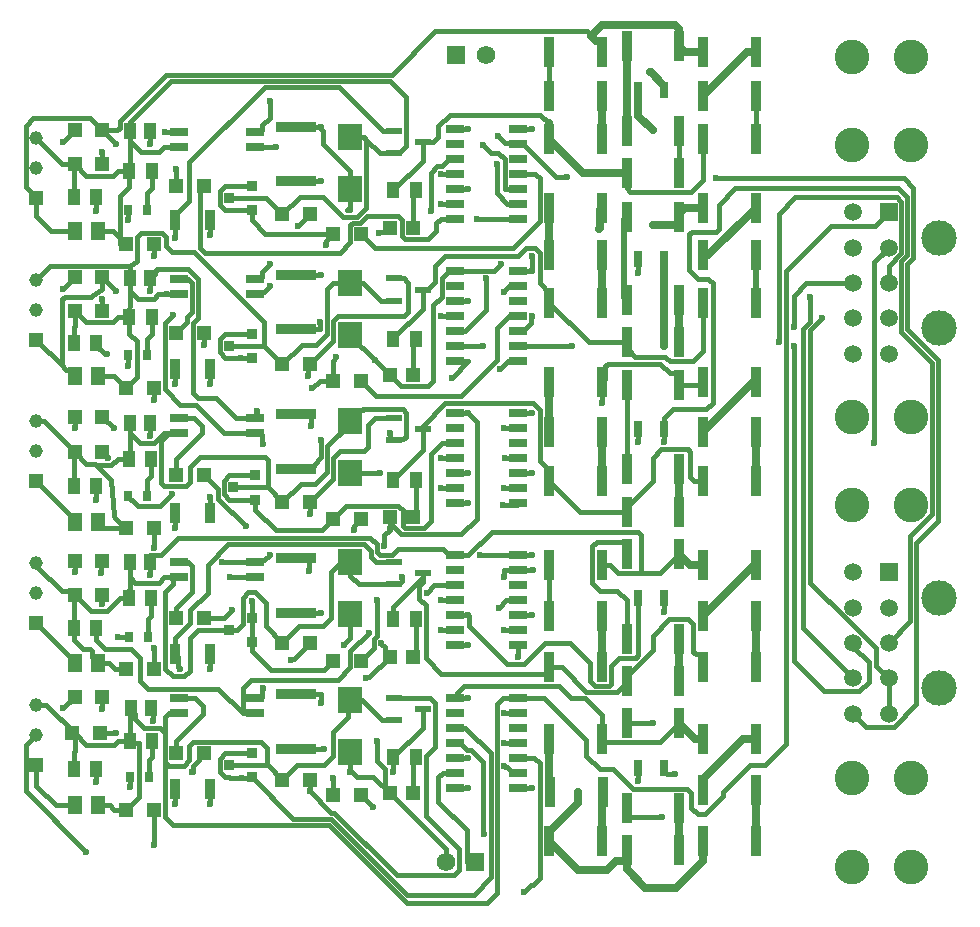
<source format=gtl>
G04*
G04 #@! TF.GenerationSoftware,Altium Limited,Altium Designer,22.1.2 (22)*
G04*
G04 Layer_Physical_Order=1*
G04 Layer_Color=255*
%FSLAX25Y25*%
%MOIN*%
G70*
G04*
G04 #@! TF.SameCoordinates,1384077E-11D3-43F0-9A77-4EE49B0B0899*
G04*
G04*
G04 #@! TF.FilePolarity,Positive*
G04*
G01*
G75*
%ADD15R,0.03772X0.10072*%
%ADD16R,0.02953X0.05709*%
%ADD17R,0.04331X0.05433*%
%ADD18R,0.04528X0.04528*%
%ADD19R,0.04724X0.04724*%
%ADD20R,0.13504X0.03347*%
%ADD21R,0.06102X0.02559*%
%ADD22R,0.03150X0.03740*%
%ADD23R,0.03937X0.05709*%
%ADD24R,0.05906X0.02559*%
%ADD25R,0.08465X0.08661*%
%ADD26R,0.05200X0.02200*%
%ADD27R,0.03500X0.03200*%
%ADD28R,0.03819X0.06811*%
%ADD29R,0.05118X0.05906*%
%ADD51C,0.01500*%
%ADD52C,0.02500*%
%ADD53C,0.02000*%
%ADD54R,0.05984X0.05984*%
%ADD55C,0.05984*%
%ADD56C,0.11811*%
%ADD57C,0.04578*%
%ADD58R,0.04578X0.04578*%
%ADD59C,0.11516*%
%ADD60R,0.06201X0.06201*%
%ADD61C,0.06201*%
%ADD62C,0.02362*%
D15*
X318232Y213000D02*
D03*
X335768D02*
D03*
X361268Y404500D02*
D03*
X343732D02*
D03*
X317965Y376000D02*
D03*
X335500D02*
D03*
X317965Y430500D02*
D03*
X335500D02*
D03*
X317965Y230500D02*
D03*
X335500D02*
D03*
X317965Y254500D02*
D03*
X335500D02*
D03*
Y271500D02*
D03*
X317965D02*
D03*
Y288500D02*
D03*
X335500D02*
D03*
X317965Y316500D02*
D03*
X335500D02*
D03*
Y333000D02*
D03*
X317965D02*
D03*
Y349500D02*
D03*
X335500D02*
D03*
Y391750D02*
D03*
X317965D02*
D03*
Y407500D02*
D03*
X335500D02*
D03*
Y445000D02*
D03*
X317965D02*
D03*
Y459500D02*
D03*
X335500D02*
D03*
X343732Y348658D02*
D03*
X361268D02*
D03*
X369232Y430500D02*
D03*
X386768D02*
D03*
Y445000D02*
D03*
X369232D02*
D03*
X386768Y459500D02*
D03*
X369232D02*
D03*
X343732Y419184D02*
D03*
X361268D02*
D03*
X317965Y196500D02*
D03*
X335500D02*
D03*
X343732Y362763D02*
D03*
X361268D02*
D03*
X343732Y306342D02*
D03*
X361268D02*
D03*
X343732Y249921D02*
D03*
X361268D02*
D03*
X343732Y193500D02*
D03*
X361268D02*
D03*
Y433289D02*
D03*
X343732D02*
D03*
X361268Y376868D02*
D03*
X343732D02*
D03*
X361268Y320447D02*
D03*
X343732D02*
D03*
X361268Y264026D02*
D03*
X343732D02*
D03*
X361268Y207605D02*
D03*
X343732D02*
D03*
Y461500D02*
D03*
X361268D02*
D03*
X343732Y292237D02*
D03*
X361268D02*
D03*
X343732Y235816D02*
D03*
X361268D02*
D03*
X369232Y376000D02*
D03*
X386768D02*
D03*
X369232Y316500D02*
D03*
X386768D02*
D03*
X369232Y254500D02*
D03*
X386768D02*
D03*
X369232Y196500D02*
D03*
X386768D02*
D03*
Y391750D02*
D03*
X369232D02*
D03*
X386768Y333000D02*
D03*
X369232D02*
D03*
X386768Y271500D02*
D03*
X369232D02*
D03*
X386768Y213500D02*
D03*
X369232D02*
D03*
X386768Y407500D02*
D03*
X369232D02*
D03*
X386768Y349500D02*
D03*
X369232D02*
D03*
X386768Y288500D02*
D03*
X369232D02*
D03*
X386768Y230500D02*
D03*
X369232D02*
D03*
D16*
X347669Y390500D02*
D03*
X356331D02*
D03*
Y447000D02*
D03*
X347669D02*
D03*
X356331Y334000D02*
D03*
X347669D02*
D03*
X356331Y277500D02*
D03*
X347669D02*
D03*
X356331Y221000D02*
D03*
X347669D02*
D03*
D17*
X184898Y336000D02*
D03*
X178102D02*
D03*
Y289500D02*
D03*
X184898D02*
D03*
X178500Y241000D02*
D03*
X185295D02*
D03*
X178205Y384199D02*
D03*
X185000D02*
D03*
X178205Y433199D02*
D03*
X185000D02*
D03*
D18*
X176874Y207000D02*
D03*
X186126D02*
D03*
X176874Y254000D02*
D03*
X186126D02*
D03*
X176874Y300726D02*
D03*
X186126D02*
D03*
X176874Y347500D02*
D03*
X186126D02*
D03*
X176874Y395500D02*
D03*
X186126D02*
D03*
X229012Y309500D02*
D03*
X238264D02*
D03*
X229012Y355500D02*
D03*
X238264D02*
D03*
X229012Y405500D02*
D03*
X238264D02*
D03*
X229012Y262500D02*
D03*
X238264D02*
D03*
X229012Y217000D02*
D03*
X238264D02*
D03*
X193528Y365757D02*
D03*
X202780D02*
D03*
X255176Y399000D02*
D03*
X245924D02*
D03*
X159724Y433500D02*
D03*
X168976D02*
D03*
X159724Y244685D02*
D03*
Y290028D02*
D03*
Y338000D02*
D03*
Y384500D02*
D03*
X245924Y350000D02*
D03*
X255176D02*
D03*
X245924Y304000D02*
D03*
X255176D02*
D03*
X245924Y256500D02*
D03*
X255176D02*
D03*
X245924Y212000D02*
D03*
X255176D02*
D03*
X159724Y422154D02*
D03*
X168976D02*
D03*
X158874Y232500D02*
D03*
X168126D02*
D03*
X202780Y225849D02*
D03*
X193528D02*
D03*
X159724Y373321D02*
D03*
X168976D02*
D03*
X159724Y326154D02*
D03*
X168976D02*
D03*
X202780Y318507D02*
D03*
X193528D02*
D03*
X202780Y415007D02*
D03*
X193528D02*
D03*
X168976Y384500D02*
D03*
Y244685D02*
D03*
Y290028D02*
D03*
Y338000D02*
D03*
X159724Y278506D02*
D03*
X168976D02*
D03*
X202780Y271021D02*
D03*
X193528D02*
D03*
D19*
X264783Y401000D02*
D03*
X272657D02*
D03*
X264783Y352000D02*
D03*
X272657D02*
D03*
X264783Y304500D02*
D03*
X272657D02*
D03*
X264783Y258000D02*
D03*
X272657D02*
D03*
X264783Y212500D02*
D03*
X272657D02*
D03*
D20*
X233500Y290770D02*
D03*
Y272659D02*
D03*
Y338742D02*
D03*
Y320632D02*
D03*
Y385242D02*
D03*
Y367132D02*
D03*
Y434500D02*
D03*
Y416390D02*
D03*
Y245427D02*
D03*
Y227317D02*
D03*
D21*
X220004Y384002D02*
D03*
Y379002D02*
D03*
X194413D02*
D03*
Y384002D02*
D03*
Y244187D02*
D03*
Y239187D02*
D03*
X220004D02*
D03*
Y244187D02*
D03*
X194413Y337502D02*
D03*
Y332502D02*
D03*
X220004D02*
D03*
Y337502D02*
D03*
X194413Y433002D02*
D03*
Y428002D02*
D03*
X220004D02*
D03*
Y433002D02*
D03*
X194413Y289529D02*
D03*
Y284529D02*
D03*
X220004D02*
D03*
Y289529D02*
D03*
D22*
X177614Y311500D02*
D03*
X183913D02*
D03*
X177850Y264500D02*
D03*
X184150D02*
D03*
X178248Y218000D02*
D03*
X184547D02*
D03*
X183913Y407000D02*
D03*
X177614D02*
D03*
Y358500D02*
D03*
X183913D02*
D03*
D23*
X178158Y230000D02*
D03*
X185638D02*
D03*
X177760Y277500D02*
D03*
X185240D02*
D03*
X178008Y371172D02*
D03*
X185488D02*
D03*
X177760Y324000D02*
D03*
X185240D02*
D03*
X185488Y419922D02*
D03*
X178008D02*
D03*
X273444Y224500D02*
D03*
X265964D02*
D03*
X159429Y220642D02*
D03*
X166909D02*
D03*
X159429Y411247D02*
D03*
X166909D02*
D03*
X159429Y362581D02*
D03*
X166909D02*
D03*
X273444Y364000D02*
D03*
X265964D02*
D03*
X273444Y413500D02*
D03*
X265964D02*
D03*
X273444Y317000D02*
D03*
X265964D02*
D03*
X273444Y270500D02*
D03*
X265964D02*
D03*
X159429Y267423D02*
D03*
X166909D02*
D03*
X159429Y314747D02*
D03*
X166909D02*
D03*
D24*
X286370Y434000D02*
D03*
Y429000D02*
D03*
Y424000D02*
D03*
Y419000D02*
D03*
Y414000D02*
D03*
Y409000D02*
D03*
Y404000D02*
D03*
X307630D02*
D03*
Y409000D02*
D03*
Y419000D02*
D03*
Y424000D02*
D03*
Y429000D02*
D03*
Y434000D02*
D03*
Y414000D02*
D03*
Y224345D02*
D03*
Y271758D02*
D03*
Y319172D02*
D03*
Y366586D02*
D03*
Y386586D02*
D03*
Y381586D02*
D03*
Y376586D02*
D03*
Y371586D02*
D03*
Y361586D02*
D03*
Y356586D02*
D03*
X286370D02*
D03*
Y361586D02*
D03*
Y366586D02*
D03*
Y371586D02*
D03*
Y376586D02*
D03*
Y381586D02*
D03*
Y386586D02*
D03*
Y244345D02*
D03*
Y239345D02*
D03*
Y234345D02*
D03*
Y229345D02*
D03*
Y224345D02*
D03*
Y219345D02*
D03*
Y214345D02*
D03*
X307630D02*
D03*
Y219345D02*
D03*
Y229345D02*
D03*
Y234345D02*
D03*
Y239345D02*
D03*
Y244345D02*
D03*
X286370Y291758D02*
D03*
Y286758D02*
D03*
Y281758D02*
D03*
Y276758D02*
D03*
Y271758D02*
D03*
Y266758D02*
D03*
Y261758D02*
D03*
X307630D02*
D03*
Y266758D02*
D03*
Y276758D02*
D03*
Y281758D02*
D03*
Y286758D02*
D03*
Y291758D02*
D03*
X286370Y339172D02*
D03*
Y334172D02*
D03*
Y329172D02*
D03*
Y324172D02*
D03*
Y319172D02*
D03*
Y314172D02*
D03*
Y309172D02*
D03*
X307630D02*
D03*
Y314172D02*
D03*
Y324172D02*
D03*
Y329172D02*
D03*
Y334172D02*
D03*
Y339172D02*
D03*
D25*
X251500Y413839D02*
D03*
Y431161D02*
D03*
Y365139D02*
D03*
Y382461D02*
D03*
Y319339D02*
D03*
Y336661D02*
D03*
Y272339D02*
D03*
Y289661D02*
D03*
Y226339D02*
D03*
Y243661D02*
D03*
D26*
X266300Y433250D02*
D03*
Y425750D02*
D03*
X275700Y429500D02*
D03*
Y240496D02*
D03*
X266300Y236746D02*
D03*
Y244246D02*
D03*
X275700Y333811D02*
D03*
X266300Y330061D02*
D03*
Y337561D02*
D03*
X275700Y380311D02*
D03*
X266300Y376561D02*
D03*
Y384061D02*
D03*
X275700Y285838D02*
D03*
X266300Y282088D02*
D03*
Y289588D02*
D03*
D27*
X211279Y410913D02*
D03*
X218720Y414949D02*
D03*
Y406878D02*
D03*
X211279Y221756D02*
D03*
X218720Y225791D02*
D03*
Y217721D02*
D03*
X211279Y266927D02*
D03*
X218720Y270963D02*
D03*
Y262892D02*
D03*
X212500Y314413D02*
D03*
X219941Y318449D02*
D03*
Y310378D02*
D03*
X211279Y361663D02*
D03*
X218720Y365699D02*
D03*
Y357628D02*
D03*
D28*
X204827Y214000D02*
D03*
X193173D02*
D03*
X204827Y259000D02*
D03*
X193173D02*
D03*
X204827Y354000D02*
D03*
X193173D02*
D03*
X204827Y403500D02*
D03*
X193173D02*
D03*
X204827Y306000D02*
D03*
X193173D02*
D03*
D29*
X167500Y400000D02*
D03*
X160020D02*
D03*
X167500Y351500D02*
D03*
X160020D02*
D03*
X167500Y208500D02*
D03*
X160020D02*
D03*
X167500Y256000D02*
D03*
X160020D02*
D03*
X167500Y303000D02*
D03*
X160020D02*
D03*
D51*
X143400Y213162D02*
Y228402D01*
Y213162D02*
X163531Y193031D01*
X188124Y234104D02*
X189729Y232500D01*
X190000D01*
Y222950D02*
Y232500D01*
X182896Y234104D02*
X188124D01*
X179782Y237218D02*
X182896Y234104D01*
X190000Y232500D02*
Y237937D01*
X185835Y236719D02*
X186000Y236554D01*
X185295Y241000D02*
X185835Y240460D01*
Y236719D02*
Y240460D01*
X178823Y239462D02*
X179353D01*
X179782Y237218D02*
Y239034D01*
X179353Y239462D02*
X179782Y239034D01*
X178500Y239735D02*
Y241000D01*
X178227Y239462D02*
X178500Y239735D01*
X178227Y230070D02*
Y239462D01*
X178158Y230000D02*
X178227Y230070D01*
X296000Y198863D02*
Y222783D01*
Y198863D02*
X296069Y198794D01*
X288043Y229345D02*
X290612Y226776D01*
X292007D02*
X296000Y222783D01*
X290612Y226776D02*
X292007D01*
X286370Y229345D02*
X288043D01*
X198000Y422800D02*
X223100Y447900D01*
X194333Y406155D02*
X198000Y409823D01*
Y422800D01*
X194333Y406155D02*
X194333D01*
X193173Y397573D02*
Y404996D01*
X194333Y406155D01*
X199165Y221421D02*
X201266Y223522D01*
X199165Y219665D02*
Y221421D01*
X199000Y219500D02*
X199165Y219665D01*
X201266Y223522D02*
Y224336D01*
X202780Y225849D01*
X143400Y228402D02*
X147000Y232002D01*
X168976Y338000D02*
X169500Y337476D01*
X168976Y338000D02*
X172876Y334100D01*
X186100Y377300D02*
X187635Y378835D01*
X190335D02*
X190500Y379000D01*
X187635Y378835D02*
X190335D01*
X191250Y379002D02*
X194413D01*
X189800Y369069D02*
X192500Y371769D01*
X189800Y347200D02*
Y369069D01*
X199266Y345736D02*
X200831Y344171D01*
X199266Y345736D02*
Y369300D01*
X200800Y370834D01*
Y383900D01*
X200831Y344171D02*
X206849D01*
X180905Y377300D02*
X186100D01*
X166909Y361695D02*
X169439Y359165D01*
X170335D01*
X166909Y361695D02*
Y362581D01*
X170335Y359165D02*
X170500Y359000D01*
X245924Y350000D02*
Y356691D01*
X247000Y357767D01*
Y358000D01*
X237500Y351500D02*
Y354736D01*
X246018Y363254D01*
X259375Y357165D02*
X259835D01*
X251500Y365040D02*
X259375Y357165D01*
X251500Y365040D02*
Y365139D01*
X259835Y357165D02*
X260000Y357000D01*
Y356783D02*
X268483Y348300D01*
X260000Y356783D02*
Y357000D01*
X361268Y404500D02*
Y405079D01*
Y401900D02*
Y404500D01*
X435313Y366207D02*
X445693Y355827D01*
X435313Y392626D02*
Y409704D01*
X373500Y417500D02*
X436121D01*
X437313Y367337D02*
X447693Y356957D01*
X435313Y366207D02*
Y389797D01*
X437313Y391797D02*
Y411108D01*
X434121Y414300D02*
X437313Y411108D01*
X435313Y389797D02*
X437313Y391797D01*
X431071Y388384D02*
X435313Y392626D01*
X433917Y411100D02*
X435313Y409704D01*
X436121Y417500D02*
X439313Y414308D01*
X356331Y329569D02*
Y334000D01*
X380000Y414300D02*
X434121D01*
X431071Y382572D02*
Y388384D01*
X437313Y367337D02*
Y388969D01*
X439313Y390969D02*
Y414308D01*
X356331Y334000D02*
Y337500D01*
X437313Y388969D02*
X439313Y390969D01*
X400000Y411100D02*
X433917D01*
X374400Y408700D02*
X380000Y414300D01*
X447693Y303249D02*
Y356957D01*
X344868Y204421D02*
X355415D01*
X343732Y205557D02*
X344868Y204421D01*
X343732Y205557D02*
Y207605D01*
X356331Y219726D02*
X357057Y219000D01*
X359769D01*
X224700Y437698D02*
Y443131D01*
X222260Y435258D02*
X224700Y437698D01*
X222260Y433531D02*
Y435258D01*
X221731Y433002D02*
X222260Y433531D01*
X220004Y433002D02*
X221731D01*
X280000Y466500D02*
X330621D01*
X190256Y451900D02*
X265400D01*
X330621Y466500D02*
X332000Y465121D01*
X265400Y451900D02*
X280000Y466500D01*
X332000Y465000D02*
Y465121D01*
X174789Y436433D02*
X190256Y451900D01*
X174789Y434379D02*
Y436433D01*
X168976Y433500D02*
X173911D01*
X174789Y434379D01*
X168976Y433500D02*
X173675Y428801D01*
X164876Y437600D02*
X168976Y433500D01*
X312448Y181948D02*
X314800Y184300D01*
X309500Y179431D02*
X312017Y181948D01*
X312448D01*
X297300Y176000D02*
X300500Y179200D01*
X303996Y221305D02*
X305957Y219345D01*
X290000Y234345D02*
X298500Y225845D01*
X292700Y178700D02*
X298500Y184500D01*
X300500Y179200D02*
Y242345D01*
X303096Y221305D02*
X303996D01*
X298500Y184500D02*
Y225845D01*
X270628Y178700D02*
X292700D01*
X300500Y242345D02*
X302500Y244345D01*
X302931Y221470D02*
X303096Y221305D01*
X232591Y204000D02*
X245328D01*
X218870Y217721D02*
X232591Y204000D01*
X245319Y206000D02*
X246157D01*
X190000Y204500D02*
X192500Y202000D01*
X244500D02*
X270500Y176000D01*
X192500Y202000D02*
X244500D01*
X245328Y204000D02*
X270628Y178700D01*
X246157Y206000D02*
X267057Y185100D01*
X286250D01*
X270500Y176000D02*
X297300D01*
X218720Y217721D02*
X218870D01*
X238264Y213055D02*
X245319Y206000D01*
X238264Y213055D02*
Y217000D01*
X190000Y204500D02*
Y222950D01*
X204827Y208927D02*
Y214000D01*
X193173Y208927D02*
Y214000D01*
X204800Y208900D02*
X204827Y208927D01*
X193173D02*
X193200Y208900D01*
X314800Y184300D02*
Y222500D01*
X397000Y386600D02*
X412000Y401600D01*
X405000Y282612D02*
X417503Y270109D01*
X421250Y246400D02*
X424500Y249650D01*
X402500Y267489D02*
Y367328D01*
X405000Y282612D02*
Y367000D01*
X426100Y389412D02*
X431071Y394383D01*
X394600Y362900D02*
Y405700D01*
X402500Y267489D02*
X419260Y250729D01*
X409600Y246400D02*
X421250D01*
X424500Y249650D02*
Y256087D01*
X419260Y261327D02*
Y262540D01*
X399531Y256469D02*
Y361700D01*
X397000Y363938D02*
Y386600D01*
X405000Y367000D02*
X409000Y371000D01*
X417690Y270109D02*
X426829Y260971D01*
X402500Y367328D02*
X404800Y369628D01*
X417503Y270109D02*
X417690D01*
X399531Y256469D02*
X409600Y246400D01*
X426100Y329300D02*
Y389412D01*
X397031Y229031D02*
Y363907D01*
X397000Y363938D02*
X397031Y363907D01*
X390000Y222000D02*
X397031Y229031D01*
X394600Y405700D02*
X400000Y411100D01*
X419260Y261327D02*
X424500Y256087D01*
X426829Y254971D02*
Y260971D01*
X399431Y378331D02*
X403672Y382572D01*
X399431Y368000D02*
Y378331D01*
X403672Y382572D02*
X419260D01*
X426829Y254971D02*
X431071Y250729D01*
Y238918D02*
Y250729D01*
X404800Y369628D02*
Y377800D01*
X355338Y327138D02*
X364121D01*
X365000Y317750D02*
Y326259D01*
X352500Y324300D02*
X355338Y327138D01*
X364121D02*
X365000Y326259D01*
X343732Y320447D02*
Y348658D01*
X347500Y329569D02*
X347585Y329654D01*
Y333915D01*
X347669Y334000D01*
X302996Y334172D02*
X307630D01*
X302500Y308500D02*
X302665Y308665D01*
X307123D01*
X307630Y309172D01*
X268150Y282650D02*
X268835Y283335D01*
X268150Y282438D02*
Y282650D01*
X267800Y282088D02*
X268150Y282438D01*
X268835Y283335D02*
Y284535D01*
X269000Y284700D01*
X303931Y255569D02*
X309569D01*
X291149Y268351D02*
Y271613D01*
Y268351D02*
X303931Y255569D01*
X291004Y271758D02*
X291149Y271613D01*
X316500Y262500D02*
X324864D01*
X309569Y255569D02*
X316500Y262500D01*
X307500Y261628D02*
X307630Y261758D01*
X290642Y271758D02*
X291004D01*
X307500Y258000D02*
Y261628D01*
X305957Y219345D02*
X307630D01*
X251500Y219569D02*
Y226339D01*
X265964Y219569D02*
Y224500D01*
X259300Y217983D02*
X264783Y212500D01*
X251500Y220300D02*
X253817Y217983D01*
X245924Y212000D02*
Y217486D01*
X356331Y219726D02*
Y221000D01*
X286370Y214345D02*
X290955D01*
X347669Y216531D02*
Y221000D01*
X290955Y214345D02*
X291000Y214300D01*
X343917Y236000D02*
X352500D01*
X343732Y235816D02*
X343917Y236000D01*
X301008Y426043D02*
X303300Y423750D01*
X296000Y428500D02*
X298458Y426043D01*
X301008D01*
X168976Y278506D02*
X169000Y278482D01*
X159724Y278506D02*
X165162Y273069D01*
X169000Y275500D02*
Y278482D01*
X170369Y273069D02*
X174800Y277500D01*
X165162Y273069D02*
X170369D01*
X168500Y286000D02*
Y289551D01*
Y286000D02*
X168665Y285835D01*
X168500Y289551D02*
X168976Y290028D01*
X174800Y277500D02*
X177760D01*
Y280069D01*
X184300Y247200D02*
X207687D01*
X166909Y263591D02*
Y267423D01*
X178500Y260500D02*
X181500Y257500D01*
X166909Y263591D02*
X170000Y260500D01*
X181500Y250000D02*
X184300Y247200D01*
X181500Y250000D02*
Y257500D01*
X170000Y260500D02*
X178500D01*
X215500Y217500D02*
X215610Y217610D01*
X218610D02*
X218720Y217721D01*
X211540Y217500D02*
X215500D01*
X211319Y217721D02*
X211540Y217500D01*
X215610Y217610D02*
X218610D01*
X210000Y217721D02*
X211319D01*
X208200Y219521D02*
X210000Y217721D01*
X208200Y219521D02*
Y223991D01*
X210000Y225791D02*
X218720D01*
X208200Y223991D02*
X210000Y225791D01*
X263171Y214112D02*
Y220604D01*
X260500Y223275D02*
X263171Y220604D01*
X260500Y223275D02*
Y230000D01*
X262000Y262267D02*
Y262500D01*
Y262267D02*
X263171Y261096D01*
X260673Y265035D02*
Y276827D01*
X259569Y263931D02*
X260673Y265035D01*
X263171Y259612D02*
Y261096D01*
X259569Y260893D02*
Y263931D01*
X255176Y256500D02*
X259569Y260893D01*
X263171Y259612D02*
X264783Y258000D01*
X255024Y262824D02*
X258000Y265800D01*
X254473Y262824D02*
X255024D01*
X251662Y260014D02*
X254473Y262824D01*
X251662Y254562D02*
Y260014D01*
X263000Y295000D02*
Y298484D01*
X264783Y300267D01*
Y302717D01*
X260500Y292817D02*
Y295452D01*
X258352Y297600D02*
X260500Y295452D01*
X210900Y295500D02*
X256088D01*
X258421Y293167D01*
Y291217D02*
Y293167D01*
X221776Y332502D02*
X222305Y331972D01*
Y329428D02*
X222500Y329233D01*
X209698Y332502D02*
X221776D01*
X222305Y329428D02*
Y331972D01*
X222500Y329000D02*
Y329233D01*
X220500Y337998D02*
Y340000D01*
X220004Y337502D02*
X220500Y337998D01*
X213518Y337502D02*
X220004D01*
X172785Y305371D02*
X172830Y304770D01*
X171930Y316771D02*
X172785Y305371D01*
X166946Y321754D02*
X171954D01*
X166400Y322300D02*
X166946Y321754D01*
X173890Y303710D02*
X173890D01*
X168976Y326154D02*
X170877Y324254D01*
X173890Y303710D02*
X176874Y300726D01*
Y300726D02*
Y300726D01*
X170877Y324185D02*
Y324254D01*
X171954Y321754D02*
X174200Y324000D01*
X172830Y304770D02*
X173223Y304377D01*
X173890Y303710D01*
X166400Y322300D02*
X171536Y317164D01*
X149469Y336410D02*
X159724Y326154D01*
X147000Y336410D02*
X149469D01*
X159724Y334055D02*
Y338000D01*
X163579Y322300D02*
X166400D01*
X159724Y326154D02*
X163579Y322300D01*
X334800Y220500D02*
X339300D01*
X345900Y213900D01*
X330300Y225000D02*
X334800Y220500D01*
X343000Y403768D02*
X343732Y404500D01*
X343000Y377601D02*
X343732Y376868D01*
X369232Y416732D02*
Y430500D01*
X265964Y413500D02*
Y413628D01*
X365300Y412800D02*
X369232Y416732D01*
X343732Y414068D02*
Y419184D01*
Y414068D02*
X345000Y412800D01*
X365300D01*
X198000Y228163D02*
X199237Y229400D01*
X198000Y223450D02*
Y228163D01*
X196250Y221700D02*
X198000Y223450D01*
X223700Y221756D02*
X224256D01*
X211279D02*
X223700D01*
X220004Y244187D02*
X221776D01*
X222305Y244716D02*
Y247072D01*
X222500Y247267D01*
Y247500D01*
X221776Y244187D02*
X222305Y244716D01*
X218500Y250300D02*
X247400D01*
X251662Y254562D01*
X215700Y247500D02*
X218500Y250300D01*
X257000Y251031D02*
X257165Y251196D01*
X257979D02*
X264783Y258000D01*
X257165Y251196D02*
X257979D01*
X249500Y262000D02*
Y262233D01*
X251500Y264233D01*
Y272339D01*
X232929Y257165D02*
X238264Y262500D01*
X232165Y257165D02*
X232929D01*
X232000Y257000D02*
X232165Y257165D01*
X242829Y253405D02*
X245924Y256500D01*
X225315Y253405D02*
X242829D01*
X218720Y260000D02*
X225315Y253405D01*
X186126Y195100D02*
Y207000D01*
X252700Y300069D02*
Y301524D01*
X281700Y409000D02*
X286370D01*
X278500Y406431D02*
Y419238D01*
X222260Y386258D02*
X224535Y388533D01*
X220004Y384002D02*
X221731D01*
X224535Y388533D02*
Y388835D01*
X222260Y384531D02*
Y386258D01*
X224535Y388835D02*
X224700Y389000D01*
X221731Y384002D02*
X222260Y384531D01*
X220004Y379002D02*
X220533Y379531D01*
X222731D01*
X224700Y381500D01*
X250959Y243121D02*
X251500Y243661D01*
X250959Y237959D02*
Y243121D01*
X245900Y225000D02*
Y232900D01*
X250959Y237959D01*
X272657Y212500D02*
Y223713D01*
X273444Y224500D01*
X376000Y211400D02*
Y213000D01*
X385000Y222000D01*
X370000Y205400D02*
X376000Y211400D01*
X369232Y254500D02*
Y257650D01*
X368096Y258786D02*
X369232Y257650D01*
X366000Y259665D02*
X366879Y258786D01*
X366000Y259665D02*
Y268750D01*
X366879Y258786D02*
X368096D01*
X338636Y248946D02*
Y255000D01*
X337904Y248214D02*
X338636Y248946D01*
X331500Y249810D02*
X333096Y248214D01*
X324864Y262500D02*
X331500Y255864D01*
Y249810D02*
Y255864D01*
X333096Y248214D02*
X337904D01*
X348500Y285900D02*
X354931D01*
X348500D02*
Y298621D01*
X347621Y299500D02*
X348500Y298621D01*
X291000Y291758D02*
X298742Y299500D01*
X340900Y285900D02*
X348500D01*
X298742Y299500D02*
X347621D01*
X284167Y292288D02*
Y292291D01*
X282658Y293800D02*
X284167Y292291D01*
X267445Y293800D02*
X282658D01*
X284167Y292288D02*
X284697Y291758D01*
X291000D01*
X272657Y258000D02*
X273444Y258787D01*
Y270500D01*
X263662Y282088D02*
X264231D01*
X267800D01*
X254412D02*
X263662D01*
X258421Y291217D02*
X260050Y289588D01*
X261379Y291938D02*
X265583D01*
X260500Y292817D02*
X261379Y291938D01*
X265583D02*
X267445Y293800D01*
X220004Y289529D02*
X220533Y290059D01*
X222759D01*
X224700Y292000D01*
X194333Y254711D02*
Y257840D01*
Y254711D02*
X194833Y254211D01*
X193173Y259000D02*
X194333Y257840D01*
X194833Y253977D02*
Y254211D01*
X184150Y270400D02*
X185240Y271491D01*
X184150Y264500D02*
Y270400D01*
X185240Y271491D02*
Y277500D01*
X159429Y278211D02*
X159724Y278506D01*
X159429Y267423D02*
Y278211D01*
X165691Y257809D02*
X167500Y256000D01*
X162500Y260600D02*
X164812D01*
X159429Y263671D02*
X162500Y260600D01*
X165691Y257809D02*
Y259721D01*
X164812Y260600D02*
X165691Y259721D01*
X147000Y269206D02*
X158003Y258203D01*
X158211D01*
X160020Y256000D02*
Y256394D01*
X158211Y258203D02*
X160020Y256394D01*
X147000Y288373D02*
X155524Y279849D01*
X158382D01*
X147000Y288373D02*
Y289206D01*
X158382Y279849D02*
X159724Y278506D01*
X177760Y324000D02*
X178102Y324342D01*
Y332500D01*
X159429Y314747D02*
Y325859D01*
X159724Y326154D01*
X147000Y316410D02*
X158207Y305203D01*
X160020Y303000D02*
Y303394D01*
X158211Y305203D02*
X160020Y303394D01*
X158207Y305203D02*
X158211D01*
X171536Y317164D02*
X171930Y316771D01*
X169309Y300797D02*
X170117D01*
X170188Y300726D02*
X176874D01*
X167500Y302606D02*
Y303000D01*
Y302606D02*
X169309Y300797D01*
X170117D02*
X170188Y300726D01*
X177614Y311205D02*
Y311500D01*
Y311205D02*
X178439Y310380D01*
X180814Y308300D02*
X188300D01*
X178439Y310380D02*
X178734D01*
X180814Y308300D01*
X188300D02*
X192100Y312100D01*
X224098Y314413D02*
Y323621D01*
X223220Y324500D02*
X224098Y323621D01*
X201600Y324500D02*
X223220D01*
X198200Y321100D02*
X201600Y324500D01*
X188500Y315779D02*
X189379Y314900D01*
X188500Y315779D02*
Y329752D01*
X191250Y332502D01*
X189379Y314900D02*
X196850D01*
X189681Y332502D02*
X191250D01*
X233500Y320632D02*
X238579D01*
X239502Y321555D02*
Y322002D01*
X241900Y324400D02*
Y330216D01*
X238579Y320632D02*
X239502Y321555D01*
Y322002D02*
X241900Y324400D01*
X272657Y304500D02*
X273444Y305287D01*
Y317000D01*
X248331Y326500D02*
X256200D01*
X246018Y324187D02*
X248331Y326500D01*
X256200D02*
X257500Y327800D01*
X238264Y309500D02*
X246018Y317254D01*
Y324187D01*
X244018Y319618D02*
Y328218D01*
X240000Y315600D02*
X244018Y319618D01*
Y328218D02*
X251500Y335700D01*
X264783Y302717D02*
Y304500D01*
Y302717D02*
X268612Y298888D01*
X269045Y301620D02*
Y303067D01*
X269045Y303067D02*
X269045Y303067D01*
X267663Y308112D02*
X269045Y306730D01*
X268612Y298888D02*
X288688D01*
X250036Y308112D02*
X267663D01*
X269045Y303067D02*
Y306730D01*
X242048Y300124D02*
X250036Y308112D01*
X276300Y300888D02*
X278500Y303088D01*
X269777Y300888D02*
X276300D01*
X269045Y301620D02*
X269777Y300888D01*
X288688Y298888D02*
X293800Y304000D01*
X278500Y303088D02*
Y325600D01*
X251500Y336760D02*
X254982Y340242D01*
X255861Y340400D02*
X269100D01*
X266650Y330411D02*
X269321D01*
X266300Y330061D02*
X266650Y330411D01*
X270200Y331289D02*
Y339300D01*
X254982Y340242D02*
X255703D01*
X255861Y340400D01*
X251500Y335700D02*
Y336760D01*
X269321Y330411D02*
X270200Y331289D01*
X269100Y340400D02*
X270200Y339300D01*
X361268Y348658D02*
X368096D01*
X368938Y349500D01*
X369232D01*
X335500D02*
X336636Y350636D01*
Y354821D01*
X337515Y355700D01*
X354909D01*
X361268Y348658D02*
Y351415D01*
X360132Y352551D02*
X361268Y351415D01*
X358057Y352551D02*
X360132D01*
X354909Y355700D02*
X358057Y352551D01*
X365000Y317750D02*
X366250Y316500D01*
X314700Y382414D02*
X317965Y379150D01*
X314700Y382414D02*
Y392500D01*
X312286Y371367D02*
Y371600D01*
X311833Y369116D02*
Y370913D01*
X309303Y366586D02*
X311833Y369116D01*
X307630Y366586D02*
X309303D01*
X311833Y370913D02*
X312286Y371367D01*
X247460Y371429D02*
X269558D01*
X271000Y372871D02*
Y382500D01*
X246018Y363254D02*
Y369987D01*
X247460Y371429D01*
X269558D02*
X271000Y372871D01*
X244018Y365618D02*
Y380562D01*
X240300Y361900D02*
X244018Y365618D01*
Y380562D02*
X245917Y382461D01*
X241500Y350000D02*
X245924D01*
X239000Y347500D02*
X241500Y350000D01*
X185000Y384199D02*
X186415Y385614D01*
Y386321D01*
X187294Y387200D01*
X197500D01*
X147000Y363613D02*
X155500Y355113D01*
Y377121D01*
X156379Y378000D01*
X165656Y378272D02*
X168976Y380600D01*
X164795Y378000D02*
X165269Y378000D01*
X165656Y378272D01*
X155500Y355113D02*
X156910Y353703D01*
X156379Y378000D02*
X164795D01*
X158211Y353703D02*
X160020Y351894D01*
Y351500D02*
Y351894D01*
X156910Y353703D02*
X158211D01*
X272657Y363213D02*
X273444Y364000D01*
X272657Y352000D02*
Y363213D01*
X275700Y380311D02*
X276050Y380661D01*
X277661D02*
X279900Y382900D01*
X276050Y380661D02*
X277661D01*
X279900Y382900D02*
Y388200D01*
X285841Y386057D02*
X286370Y386586D01*
X284057Y386057D02*
X285841D01*
X282100Y384100D02*
X284057Y386057D01*
X282100Y378000D02*
Y384100D01*
X317965Y376000D02*
Y379150D01*
X374400Y400479D02*
Y408700D01*
X364600Y386900D02*
Y398721D01*
X365479Y399600D01*
X373521D02*
X374400Y400479D01*
X364600Y386900D02*
X367600Y383900D01*
X365479Y399600D02*
X373521D01*
X263171Y399388D02*
X264783Y401000D01*
X261134Y399351D02*
X261171Y399388D01*
X263171D01*
X278500Y419238D02*
X280693Y421431D01*
X269865Y397300D02*
X277500D01*
X280200Y400000D02*
Y402500D01*
X277500Y397300D02*
X280200Y400000D01*
X281700Y404000D02*
X286370D01*
X280200Y402500D02*
X281700Y404000D01*
X280693Y421431D02*
X282128D01*
X284697Y424000D01*
X286370D01*
X307630Y434000D02*
X312300D01*
X307538Y429092D02*
X307630Y429000D01*
X303308Y429092D02*
X307538D01*
X300900Y431500D02*
X303308Y429092D01*
X307630Y429000D02*
X309303D01*
X272657Y412713D02*
X273444Y413500D01*
X272657Y401000D02*
Y412713D01*
X267800Y425750D02*
X268150Y426100D01*
Y426150D01*
X270200Y428200D01*
X261511Y425750D02*
X267800D01*
X270200Y428200D02*
Y444700D01*
X268800Y398365D02*
X269865Y397300D01*
X268800Y398365D02*
Y403500D01*
X253514Y402514D02*
X253514Y402514D01*
X251662Y401782D02*
X252395Y402514D01*
X251662Y400662D02*
Y401782D01*
X253514Y402514D02*
X254842D01*
X251662Y396162D02*
Y400662D01*
X251662Y400662D01*
X252395Y402514D02*
X253514D01*
X178008Y419922D02*
X178205Y420119D01*
Y430000D01*
X174700Y395500D02*
Y397674D01*
X159429Y411247D02*
Y421859D01*
X159724Y422154D01*
X237700Y286600D02*
Y290770D01*
X184898Y291850D02*
X188557D01*
X309303Y429000D02*
X320303Y418000D01*
X324000D01*
X445693Y305566D02*
Y355827D01*
X440360Y295916D02*
X447693Y303249D01*
X440360Y242208D02*
Y295916D01*
X432828Y234676D02*
X440360Y242208D01*
X423502Y234676D02*
X432828D01*
X419260Y238918D02*
X423502Y234676D01*
X438360Y269830D02*
Y298233D01*
X445693Y305566D01*
X431071Y262540D02*
X438360Y269830D01*
X412000Y401600D02*
X426477D01*
X251500Y285000D02*
Y288600D01*
X247600D02*
X251500D01*
X192600Y282300D02*
Y284529D01*
X189681D02*
X192600D01*
X178102Y284498D02*
Y289500D01*
Y280411D02*
Y284498D01*
X275700Y284436D02*
Y285838D01*
Y282721D02*
Y284436D01*
X282000Y252200D02*
X317965D01*
X333750Y296200D02*
X343732D01*
X281700Y324172D02*
X286370D01*
Y271758D02*
X290642D01*
X290500Y189500D02*
Y200100D01*
X285437Y351037D02*
X290986Y356586D01*
X287300Y244345D02*
Y246000D01*
Y244345D02*
X291000D01*
X286370D02*
X287300D01*
X335500Y229500D02*
X354952D01*
X210000Y357628D02*
X215328D01*
X223700Y222312D02*
X224256Y221756D01*
X190000Y237937D02*
X191250Y239187D01*
X178158Y229100D02*
X181100D01*
X264800Y330061D02*
Y332700D01*
X224098Y314413D02*
X229012Y309500D01*
X178205Y384199D02*
Y387400D01*
Y380000D02*
Y384199D01*
Y377697D02*
Y380000D01*
X257000Y430261D02*
X261511Y425750D01*
X256100Y431161D02*
X257000Y430261D01*
X174700Y397674D02*
X176874Y395500D01*
X172374Y400000D02*
X174700Y397674D01*
Y411400D01*
X238400Y335000D02*
Y338742D01*
X241250Y434500D02*
X242600Y433150D01*
X233500Y434500D02*
X241250D01*
X241933D01*
X204800Y254000D02*
X204827Y254027D01*
Y259000D01*
Y348900D02*
Y354000D01*
X301514Y353800D02*
X304300Y356586D01*
X307630D01*
Y361586D02*
X325500D01*
X300500Y412500D02*
Y422200D01*
Y412500D02*
X304000Y409000D01*
X307630D01*
Y291758D02*
X312300D01*
X233500Y367132D02*
X241500D01*
Y369700D01*
X233500Y416390D02*
X241910D01*
X193173Y348900D02*
Y354000D01*
X331201Y362763D02*
X343732D01*
X317965Y376000D02*
X331201Y362763D01*
X194413Y244187D02*
X200000D01*
X202500Y241687D01*
Y238887D02*
Y241687D01*
X193528Y229914D02*
X202500Y238887D01*
X193528Y225849D02*
Y229914D01*
X194413Y337502D02*
X199696D01*
X202198Y335000D01*
Y332498D02*
Y335000D01*
X193528Y323828D02*
X202198Y332498D01*
X193528Y318507D02*
Y323828D01*
X178248Y214448D02*
Y218000D01*
X178200Y214400D02*
X178248Y214448D01*
X281814Y371586D02*
X286370D01*
X281800Y371600D02*
X281814Y371586D01*
X177614Y354914D02*
Y358500D01*
X281700Y419000D02*
X286370D01*
X177614Y403400D02*
Y407000D01*
X168976Y232444D02*
X173500D01*
X286370Y224345D02*
X291000D01*
Y319176D02*
X291004Y319172D01*
X286370D02*
X291004D01*
X286370Y414000D02*
X291004D01*
X303000Y229345D02*
X307630D01*
X255176Y212000D02*
X259176Y208000D01*
X303221Y324172D02*
X307630D01*
X303193Y324200D02*
X303221Y324172D01*
X252700Y301524D02*
X255176Y304000D01*
X166900Y216100D02*
X166909Y216109D01*
Y220642D01*
X202780Y318507D02*
X207500Y313786D01*
Y310700D02*
Y313786D01*
Y310700D02*
X216810Y301390D01*
X290855Y309172D02*
X290928Y309100D01*
X286370Y309172D02*
X290855D01*
X286370Y356586D02*
X290986D01*
X202780Y361820D02*
Y365757D01*
X264783Y212500D02*
X283500Y193783D01*
Y189500D02*
Y193783D01*
X233500Y245427D02*
X241900D01*
Y242600D02*
Y245427D01*
X168976Y240700D02*
Y244685D01*
X279600Y281758D02*
X286370D01*
X277100Y279258D02*
X279600Y281758D01*
X218720Y270963D02*
Y276700D01*
X290986Y376586D02*
X291000Y376600D01*
X286370Y376586D02*
X290986D01*
X243400Y395100D02*
Y396476D01*
X245924Y399000D01*
X426477Y401600D02*
X431071Y406194D01*
X385000Y222000D02*
X390000D01*
X367400Y205400D02*
X370000D01*
X365300Y207500D02*
X367400Y205400D01*
X365300Y207500D02*
Y212500D01*
X363900Y213900D02*
X365300Y212500D01*
X345900Y213900D02*
X363900D01*
X330300Y225000D02*
Y230245D01*
X316200Y244345D02*
X330300Y230245D01*
X307630Y244345D02*
X316200D01*
X150167Y242002D02*
X159724Y232444D01*
X147000Y242002D02*
X150167D01*
X312172Y339172D02*
X312200Y339200D01*
X264800Y330061D02*
X266300D01*
X229012Y355500D02*
X235412Y361900D01*
X240300D01*
X245917Y382461D02*
X251500D01*
X178205Y388100D02*
X180600Y389795D01*
Y397900D01*
X182028Y399328D01*
X188750D01*
X190272Y397805D01*
Y395000D02*
Y397805D01*
Y395000D02*
X192246Y393026D01*
X199374D01*
X222848Y369552D01*
Y361663D02*
Y369552D01*
X178008Y371172D02*
X178205Y377697D01*
Y387400D02*
Y388100D01*
X151487D02*
X178205D01*
X147000Y383613D02*
X151487Y388100D01*
X174222Y419922D02*
X178008D01*
X172600Y418300D02*
X174222Y419922D01*
X163579Y418300D02*
X172600D01*
X159724Y422154D02*
X163579Y418300D01*
X155839Y240800D02*
X159724Y244685D01*
X307630Y319172D02*
X312300D01*
X155824Y380600D02*
X159724Y384500D01*
X155824Y429600D02*
X159724Y433500D01*
X166909Y310200D02*
Y314747D01*
X211500Y284529D02*
X220004D01*
X166909Y406709D02*
Y411247D01*
X166900Y406700D02*
X166909Y406709D01*
X354931Y285900D02*
X361268Y292237D01*
X233500Y290770D02*
X237700D01*
X208700Y289529D02*
X220004D01*
X361268Y405079D02*
X363689Y407500D01*
X168976Y384500D02*
X173676Y379800D01*
X168976Y380600D02*
Y384500D01*
X250658Y406984D02*
X251500D01*
Y413839D01*
X186126Y294326D02*
Y300726D01*
X242600Y428900D02*
Y433150D01*
Y428900D02*
X251500Y420000D01*
Y413839D02*
Y420000D01*
X281742Y266758D02*
X286370D01*
X281700Y266800D02*
X281742Y266758D01*
X215700Y239187D02*
Y247500D01*
Y239187D02*
X220004D01*
X167500Y400000D02*
X172374D01*
X155663Y422154D02*
X159724D01*
X147000Y430817D02*
X155663Y422154D01*
X211279Y410913D02*
X223598D01*
X229012Y405500D01*
X167500Y351500D02*
X172874D01*
X176874Y347500D01*
X174272Y371172D02*
X178008D01*
X172600Y369500D02*
X174272Y371172D01*
X163545Y369500D02*
X172600D01*
X159724Y373321D02*
X163545Y369500D01*
X178205Y380000D02*
X180905Y377300D01*
X174200Y324000D02*
X177760D01*
X174200Y230000D02*
X178158D01*
X172800Y228600D02*
X174200Y230000D01*
X163569Y228600D02*
X172800D01*
X159724Y232444D02*
X163569Y228600D01*
X210000Y365699D02*
X218720D01*
X208200Y363899D02*
X210000Y365699D01*
X208200Y359428D02*
Y363899D01*
Y359428D02*
X210000Y357628D01*
X335500Y229500D02*
Y230500D01*
X354952Y229500D02*
X361268Y235816D01*
X307630Y419000D02*
X313200D01*
X314700Y417500D01*
Y403062D02*
Y417500D01*
X305838Y394200D02*
X314700Y403062D01*
X259976Y394200D02*
X305838D01*
X255176Y399000D02*
X259976Y394200D01*
X369232Y391750D02*
X371018D01*
X386232Y288500D02*
X386768D01*
X328123Y306342D02*
X343732D01*
X317965Y316500D02*
X328123Y306342D01*
X177760Y280069D02*
X178102Y280411D01*
X187752Y282600D02*
X189681Y284529D01*
X180000Y282600D02*
X187752D01*
X178102Y284498D02*
X180000Y282600D01*
X286370Y434000D02*
X291004D01*
X234264Y401500D02*
X238264Y405500D01*
X223100Y447900D02*
X247850D01*
X262500Y433250D01*
X266300D01*
X146000Y437600D02*
X164876D01*
X143400Y435000D02*
X146000Y437600D01*
X143400Y414417D02*
Y435000D01*
Y414417D02*
X147000Y410817D01*
X185000Y428801D02*
Y433199D01*
X186126Y391600D02*
Y395500D01*
X303300Y414000D02*
Y423750D01*
Y414000D02*
X307630D01*
X220004Y428002D02*
X226700D01*
X281700Y314200D02*
X281728Y314172D01*
X286370D01*
X304586Y371586D02*
X307630D01*
X300500Y367500D02*
X304586Y371586D01*
X300500Y357000D02*
Y367500D01*
X288500Y345000D02*
X300500Y357000D01*
X260176Y345000D02*
X288500D01*
X255176Y350000D02*
X260176Y345000D01*
X238264Y305555D02*
Y309500D01*
X193173Y300954D02*
Y306000D01*
X260000Y337561D02*
X266300D01*
X257500Y335061D02*
X260000Y337561D01*
X257500Y327800D02*
Y335061D01*
X233500Y227317D02*
X242700D01*
X307630Y271758D02*
X312258D01*
X312300Y271800D01*
X303000Y286758D02*
X307630D01*
X303000Y284473D02*
Y286758D01*
X186126Y254000D02*
Y260800D01*
X301042Y274300D02*
X303500Y276758D01*
X307630D01*
Y286758D02*
X312400D01*
X286370Y361586D02*
X295800D01*
X235112Y315600D02*
X240000D01*
X229012Y309500D02*
X235112Y315600D01*
X281700Y324172D02*
Y324200D01*
X204827Y306000D02*
Y311300D01*
X251500Y319339D02*
X261600D01*
X307630Y224345D02*
X312955D01*
X314800Y222500D01*
X307630Y214345D02*
X312300D01*
X178205Y433199D02*
Y436305D01*
X191800Y449900D01*
X265000D01*
X270200Y444700D01*
X178158Y229100D02*
Y230000D01*
X181100Y211226D02*
Y229100D01*
X176874Y207000D02*
X181100Y211226D01*
X159429Y263671D02*
Y267423D01*
X304586Y381586D02*
X307630D01*
X303000Y380000D02*
X304586Y381586D01*
X303000Y379700D02*
Y380000D01*
X186100Y343600D02*
Y347474D01*
X186126Y347500D01*
X303000Y314172D02*
X307630D01*
X385732Y349500D02*
X386768D01*
X367600Y383900D02*
X371000D01*
X372400Y382500D01*
Y342500D02*
Y382500D01*
X370300Y340400D02*
X372400Y342500D01*
X359231Y340400D02*
X370300D01*
X356331Y337500D02*
X359231Y340400D01*
X302996Y239345D02*
X307630D01*
X194307Y297600D02*
X258352D01*
X188557Y291850D02*
X194307Y297600D01*
X184898Y289500D02*
Y291850D01*
X253817Y217983D02*
X259300D01*
X347669Y386000D02*
Y390500D01*
X169000Y373344D02*
Y377300D01*
X168976Y373321D02*
X169000Y373344D01*
X338636Y255000D02*
X341336Y257700D01*
X346900D01*
X347669Y258469D01*
Y277500D01*
X303042Y266758D02*
X307630D01*
X303000Y266800D02*
X303042Y266758D01*
X218720Y260000D02*
Y262892D01*
X202780Y271021D02*
X209679D01*
X212179Y273521D01*
X286370Y261758D02*
X291000D01*
X286370Y386586D02*
X299400D01*
X301845Y389031D01*
X312200Y386586D02*
Y391517D01*
X307630Y386586D02*
X312200D01*
X313069Y394131D02*
X314700Y392500D01*
X310150Y394131D02*
X313069D01*
X307536Y391517D02*
X310150Y394131D01*
X283217Y391517D02*
X307536D01*
X279900Y388200D02*
X283217Y391517D01*
X286370Y366586D02*
X290000D01*
X297000Y373586D01*
Y384100D01*
X184898Y285102D02*
Y289500D01*
X174300Y264500D02*
X177850D01*
X281700Y276800D02*
X281742Y276758D01*
X286370D01*
X159724Y286083D02*
Y290028D01*
X233500Y272659D02*
X241900D01*
X307630Y339172D02*
X312172D01*
X233500Y385242D02*
X241933D01*
X185000Y379800D02*
Y384199D01*
X293900Y404000D02*
X307630D01*
X204800Y398400D02*
X204827Y398427D01*
Y403500D01*
X206849Y344171D02*
X213518Y337502D01*
X197500Y387200D02*
X200800Y383900D01*
X189800Y347200D02*
X195000Y342000D01*
X200200D01*
X209698Y332502D01*
X260050Y289588D02*
X266300D01*
X204069Y288669D02*
X210900Y295500D01*
X204069Y279303D02*
Y288669D01*
X198200Y273434D02*
X204069Y279303D01*
X198200Y269327D02*
Y273434D01*
X193173Y264300D02*
X198200Y269327D01*
X193173Y259000D02*
Y264300D01*
X207687Y247200D02*
X215700Y239187D01*
X174700Y395500D02*
X176874D01*
X174700Y411400D02*
X178008Y414708D01*
Y419922D01*
Y365700D02*
Y371172D01*
Y365700D02*
X180500Y363208D01*
Y351126D02*
Y363208D01*
X176874Y347500D02*
X180500Y351126D01*
X191250Y332502D02*
X194413D01*
X196850Y314900D02*
X198200Y316250D01*
Y321100D01*
X223700Y222312D02*
Y227500D01*
X221800Y229400D02*
X223700Y227500D01*
X199237Y229400D02*
X221800D01*
X191250Y221700D02*
X196250D01*
X190000Y222950D02*
X191250Y221700D01*
X229012Y405500D02*
X234712Y411200D01*
X242500D01*
X249186Y404514D01*
X254014D01*
X257000Y407500D01*
Y430261D01*
X251500Y431161D02*
X256100D01*
X267500Y404800D02*
X268800Y403500D01*
X257129Y404800D02*
X267500D01*
X254842Y402514D02*
X257129Y404800D01*
X248100Y392600D02*
X251662Y396162D01*
X203100Y392600D02*
X248100D01*
X201600Y394100D02*
X203100Y392600D01*
X201600Y394100D02*
Y413827D01*
X202780Y415007D01*
X290500Y189500D02*
X293343D01*
X280900Y209700D02*
X290500Y200100D01*
X280900Y209700D02*
Y217745D01*
X282500Y219345D01*
X286370D01*
X169000Y422178D02*
Y426100D01*
X168976Y422154D02*
X169000Y422178D01*
X192600Y284529D02*
X194413D01*
X190000Y279700D02*
X192600Y282300D01*
X190000Y253900D02*
Y279700D01*
Y253900D02*
X192500Y251400D01*
X196250D01*
X198200Y253350D01*
Y264127D01*
X201000Y266927D01*
X211279D01*
X213898D01*
X215720Y268750D01*
Y277620D01*
X217500Y279400D01*
X220000D01*
X223400Y276000D01*
Y268112D02*
Y276000D01*
Y268112D02*
X229012Y262500D01*
X293800Y304000D02*
Y336372D01*
X291000Y339172D02*
X293800Y336372D01*
X335500Y342400D02*
Y349500D01*
X286370Y339172D02*
X291000D01*
X233500Y338742D02*
X238400D01*
X184898Y331602D02*
Y336000D01*
X215300Y357600D02*
X215328Y357628D01*
X218720D01*
X211250Y318449D02*
X219941D01*
X209500Y316699D02*
X211250Y318449D01*
X209500Y312128D02*
Y316699D01*
Y312128D02*
X211250Y310378D01*
X219941D01*
X287300Y246000D02*
X289500Y248200D01*
X321200D01*
X325186Y244214D01*
X330000D01*
X335500Y238714D01*
Y230500D02*
Y238714D01*
X317965Y254500D02*
X322078D01*
X330364Y246214D01*
X340455D01*
X343732Y249491D01*
Y249921D01*
X274669Y281690D02*
X275700Y282721D01*
X274669Y277158D02*
Y281690D01*
Y277158D02*
X276700Y275127D01*
Y257500D02*
Y275127D01*
Y257500D02*
X282000Y252200D01*
X317965D02*
Y254500D01*
X294900Y291758D02*
X307630D01*
X266300Y244246D02*
X278154D01*
X279900Y242500D01*
Y227800D02*
Y242500D01*
X276900Y224800D02*
X279900Y227800D01*
X276900Y204900D02*
Y224800D01*
Y204900D02*
X287900Y193900D01*
Y186750D02*
Y193900D01*
X286250Y185100D02*
X287900Y186750D01*
X194413Y384002D02*
X197500D01*
X198800Y382702D01*
Y372805D02*
Y382702D01*
X197266Y371271D02*
X198800Y372805D01*
X197266Y369495D02*
Y371271D01*
X193528Y365757D02*
X197266Y369495D01*
X286370Y234345D02*
X290000D01*
X302500Y244345D02*
X307630D01*
X191250Y239187D02*
X194413D01*
X282072Y329172D02*
X286370D01*
X278500Y325600D02*
X282072Y329172D01*
X269439Y384061D02*
X271000Y382500D01*
X266300Y384061D02*
X269439D01*
X226776Y300124D02*
X242048D01*
X219941Y306959D02*
X226776Y300124D01*
X219941Y306959D02*
Y310378D01*
X194413Y289529D02*
X197500D01*
X198800Y288229D01*
Y279618D02*
Y288229D01*
X193528Y274346D02*
X198800Y279618D01*
X193528Y271021D02*
Y274346D01*
X189702Y433002D02*
X194413D01*
X189700Y433000D02*
X189702Y433002D01*
X193500Y415034D02*
Y420600D01*
Y415034D02*
X193528Y415007D01*
X275700Y429500D02*
X279250D01*
X281000Y431250D01*
Y435000D01*
X284700Y438700D01*
X315000D01*
X317965Y435735D01*
X279300Y375200D02*
X282100Y378000D01*
X279300Y350000D02*
Y375200D01*
X277600Y348300D02*
X279300Y350000D01*
X268483Y348300D02*
X277600D01*
X335500Y288500D02*
X338300D01*
X340900Y285900D01*
X275700Y333811D02*
Y335000D01*
X283100Y342400D01*
X312500D01*
X314700Y340200D01*
Y323365D02*
Y340200D01*
Y323365D02*
X317965Y320100D01*
Y316500D02*
Y320100D01*
X251500Y285000D02*
X254412Y282088D01*
X153500Y208500D02*
X160020D01*
X147000Y215000D02*
X153500Y208500D01*
X147000Y215000D02*
Y222002D01*
X242900Y222000D02*
X245900Y225000D01*
X234012Y222000D02*
X242900D01*
X229012Y217000D02*
X234012Y222000D01*
X147000Y405000D02*
Y410817D01*
Y405000D02*
X152000Y400000D01*
X160020D01*
X251500Y288600D02*
Y289661D01*
X245200Y286200D02*
X247600Y288600D01*
X245200Y270800D02*
Y286200D01*
X242500Y268100D02*
X245200Y270800D01*
X234612Y268100D02*
X242500D01*
X229012Y262500D02*
X234612Y268100D01*
X265964Y274700D02*
X275700Y284436D01*
X265964Y270500D02*
Y274700D01*
X275700Y234236D02*
Y240496D01*
X265964Y224500D02*
X275700Y234236D01*
Y423364D02*
Y429500D01*
X265964Y413628D02*
X275700Y423364D01*
Y373864D02*
Y380311D01*
X265964Y364128D02*
X275700Y373864D01*
X265964Y364000D02*
Y364128D01*
X275700Y326736D02*
Y333811D01*
X265964Y317000D02*
X275700Y326736D01*
X369232Y360000D02*
Y376000D01*
X365710Y356477D02*
X369232Y360000D01*
X358100Y356477D02*
X365710D01*
X356677Y357900D02*
X358100Y356477D01*
X346632Y357900D02*
X356677D01*
X343732Y360800D02*
X346632Y357900D01*
X343732Y360800D02*
Y362763D01*
X366250Y316500D02*
X369232D01*
X352500Y316568D02*
Y324300D01*
X343732Y307800D02*
X352500Y316568D01*
X343732Y306342D02*
Y307800D01*
X189681Y428002D02*
X194413D01*
X187979Y426300D02*
X189681Y428002D01*
X181905Y426300D02*
X187979D01*
X178205Y430000D02*
X181905Y426300D01*
X178205Y430000D02*
Y433199D01*
X223200Y399000D02*
X245924D01*
X218720Y403480D02*
X223200Y399000D01*
X218720Y403480D02*
Y406878D01*
X159724Y368102D02*
Y373321D01*
X159429Y367807D02*
X159724Y368102D01*
X159429Y362581D02*
Y367807D01*
X186279Y329100D02*
X189681Y332502D01*
X181502Y329100D02*
X186279D01*
X178102Y332500D02*
X181502Y329100D01*
X178102Y332500D02*
Y336000D01*
X364350Y270400D02*
X366000Y268750D01*
X357900Y270400D02*
X364350D01*
X352500Y265000D02*
X357900Y270400D01*
X352500Y260168D02*
Y265000D01*
X343732Y251400D02*
X352500Y260168D01*
X343732Y249921D02*
Y251400D01*
X356300Y273000D02*
X356331Y273031D01*
Y277500D01*
X343732Y292237D02*
Y296200D01*
X332300Y294750D02*
X333750Y296200D01*
X332300Y282500D02*
Y294750D01*
Y282500D02*
X334800Y280000D01*
X340532D01*
X343732Y276800D01*
Y264026D02*
Y276800D01*
X224256Y221756D02*
X229012Y217000D01*
X210000Y414949D02*
X218720D01*
X208200Y413149D02*
X210000Y414949D01*
X208200Y408678D02*
Y413149D01*
Y408678D02*
X210000Y406878D01*
X218720D01*
X211279Y361663D02*
X222848D01*
X229012Y355500D01*
X212500Y314413D02*
X224098D01*
X173100Y254000D02*
X176874D01*
X171100Y256000D02*
X173100Y254000D01*
X167500Y256000D02*
X171100D01*
X185638Y224491D02*
Y230000D01*
X184547Y223400D02*
X185638Y224491D01*
X184547Y218000D02*
Y223400D01*
X185240Y318327D02*
Y324000D01*
X183913Y317000D02*
X185240Y318327D01*
X183913Y311500D02*
Y317000D01*
X185488Y365575D02*
Y371172D01*
X183913Y364000D02*
X185488Y365575D01*
X183913Y358500D02*
Y364000D01*
X185488Y414175D02*
Y419922D01*
X183913Y412600D02*
X185488Y414175D01*
X183913Y407000D02*
Y412600D01*
X386768Y430500D02*
Y445000D01*
X317965Y271500D02*
Y288500D01*
Y445000D02*
Y459500D01*
X361268Y419184D02*
Y433289D01*
X218720Y262892D02*
Y270963D01*
X262316Y236746D02*
X266300D01*
X255400Y243661D02*
X262316Y236746D01*
X251500Y243661D02*
X255400D01*
X159724Y226595D02*
Y232444D01*
X159429Y226300D02*
X159724Y226595D01*
X159429Y220642D02*
Y226300D01*
X172900Y207000D02*
X176874D01*
X171400Y208500D02*
X172900Y207000D01*
X167500Y208500D02*
X171400D01*
X261801Y376561D02*
X266300D01*
X255900Y382461D02*
X261801Y376561D01*
X251500Y382461D02*
X255900D01*
D52*
X352500Y401900D02*
X361268D01*
X351709Y453000D02*
X356331Y448378D01*
X351500Y453000D02*
X351709D01*
X356331Y447000D02*
Y448378D01*
X317965Y196500D02*
Y199650D01*
X327500Y209185D02*
Y213000D01*
X317965Y199650D02*
X327500Y209185D01*
X333465Y463286D02*
X334864D01*
X332000Y464750D02*
X333465Y463286D01*
X332000Y465000D02*
X335500Y468500D01*
X334864Y463286D02*
X335500Y462650D01*
Y468500D02*
X360000D01*
X335500Y459500D02*
Y462650D01*
X332000Y464750D02*
Y465000D01*
X337232Y187000D02*
X340120Y189887D01*
X327465Y187000D02*
X337232D01*
X317965Y196500D02*
X327465Y187000D01*
X343732Y190524D02*
Y193500D01*
X340120Y189887D02*
X343096D01*
X343732Y190524D01*
X334887Y406887D02*
X335500Y407500D01*
X334500Y400500D02*
X334887Y400887D01*
Y406887D01*
X329280Y419184D02*
X343732D01*
X317965Y430500D02*
Y435735D01*
Y430500D02*
X329280Y419184D01*
X347669Y438331D02*
X352500Y433500D01*
X347669Y438331D02*
Y447000D01*
X335500Y430500D02*
Y445000D01*
X356331Y361586D02*
Y390500D01*
X363689Y407500D02*
X369232D01*
X363268Y459500D02*
X369232D01*
X361268Y461500D02*
X363268Y459500D01*
X365004Y288500D02*
X369232D01*
X361268Y292237D02*
X365004Y288500D01*
X366583Y230500D02*
X369232D01*
X361268Y235816D02*
X366583Y230500D01*
X371018Y391750D02*
X386768Y407500D01*
X369232Y271500D02*
X386232Y288500D01*
X383732Y459500D02*
X386768D01*
X369232Y445000D02*
X383732Y459500D01*
X369232Y333000D02*
X385732Y349500D01*
X382503Y230500D02*
X386768D01*
X369232Y217229D02*
X382503Y230500D01*
X369232Y213500D02*
Y217229D01*
Y190000D02*
Y196500D01*
X360132Y180900D02*
X369232Y190000D01*
X350000Y180900D02*
X360132D01*
X343732Y187168D02*
X350000Y180900D01*
X343732Y187168D02*
Y193500D01*
X360000Y468500D02*
X361268Y467232D01*
Y461500D02*
Y467232D01*
X386768Y196500D02*
Y213500D01*
Y254500D02*
Y271500D01*
Y316500D02*
Y333000D01*
X343732Y433289D02*
Y461500D01*
X317965Y213500D02*
Y230500D01*
Y333000D02*
Y349500D01*
Y391750D02*
Y407500D01*
X361268Y193500D02*
Y207605D01*
Y249921D02*
Y264026D01*
Y306342D02*
Y320447D01*
Y362763D02*
Y376868D01*
X335500Y196500D02*
Y213500D01*
Y254500D02*
Y271500D01*
Y316500D02*
Y333000D01*
Y376000D02*
Y391750D01*
D53*
X343000Y377601D02*
Y403768D01*
X386768Y376000D02*
Y391750D01*
D54*
X431071Y286162D02*
D03*
Y406194D02*
D03*
D55*
Y274351D02*
D03*
Y262540D02*
D03*
Y250729D02*
D03*
Y238918D02*
D03*
X419260Y286162D02*
D03*
Y274351D02*
D03*
Y262540D02*
D03*
Y250729D02*
D03*
Y238918D02*
D03*
Y358950D02*
D03*
Y370761D02*
D03*
Y382572D02*
D03*
Y394383D02*
D03*
Y406194D02*
D03*
X431071Y358950D02*
D03*
Y370761D02*
D03*
Y382572D02*
D03*
Y394383D02*
D03*
D56*
X448000Y277658D02*
D03*
Y247422D02*
D03*
Y367454D02*
D03*
Y397690D02*
D03*
D57*
X147000Y242002D02*
D03*
Y232002D02*
D03*
Y279206D02*
D03*
Y289206D02*
D03*
Y326410D02*
D03*
Y336410D02*
D03*
Y373613D02*
D03*
Y383613D02*
D03*
Y420817D02*
D03*
Y430817D02*
D03*
D58*
Y222002D02*
D03*
Y269206D02*
D03*
Y316410D02*
D03*
Y363613D02*
D03*
Y410817D02*
D03*
D59*
X438685Y217500D02*
D03*
Y187972D02*
D03*
X419000Y217500D02*
D03*
Y187972D02*
D03*
Y308468D02*
D03*
Y337996D02*
D03*
X438685Y308468D02*
D03*
Y337996D02*
D03*
X419000Y428500D02*
D03*
Y458028D02*
D03*
X438685Y428500D02*
D03*
Y458028D02*
D03*
D60*
X286951Y458567D02*
D03*
X293343Y189500D02*
D03*
D61*
X296793Y458567D02*
D03*
X283500Y189500D02*
D03*
D62*
X163531Y193031D02*
D03*
X186000Y236554D02*
D03*
X296069Y198794D02*
D03*
X199000Y219500D02*
D03*
X172876Y334100D02*
D03*
X190500Y379000D02*
D03*
X192500Y371769D02*
D03*
X170500Y359000D02*
D03*
X247000Y358000D02*
D03*
X237500Y351500D02*
D03*
X260000Y357000D02*
D03*
X355415Y204421D02*
D03*
X359769Y219000D02*
D03*
X351500Y453000D02*
D03*
X373500Y417500D02*
D03*
X224700Y443131D02*
D03*
X309500Y179431D02*
D03*
X302931Y221470D02*
D03*
X204800Y208900D02*
D03*
X193200D02*
D03*
X399531Y361700D02*
D03*
X394600Y362900D02*
D03*
X399431Y368000D02*
D03*
X356331Y329569D02*
D03*
X347500D02*
D03*
X302996Y334172D02*
D03*
X302500Y308500D02*
D03*
X269000Y284700D02*
D03*
X307500Y258000D02*
D03*
X265964Y219569D02*
D03*
X251500D02*
D03*
X245924Y217486D02*
D03*
X238264Y213055D02*
D03*
X291000Y214300D02*
D03*
X347669Y216531D02*
D03*
X352500Y236000D02*
D03*
X327500Y213000D02*
D03*
X296000Y428500D02*
D03*
X169000Y275500D02*
D03*
X168500Y286000D02*
D03*
X215500Y217500D02*
D03*
X260500Y230000D02*
D03*
X262000Y262500D02*
D03*
X258000Y265800D02*
D03*
X260673Y276827D02*
D03*
X264783Y300500D02*
D03*
X263000Y295000D02*
D03*
X222500Y329000D02*
D03*
X220500Y340000D02*
D03*
X170877Y324185D02*
D03*
X159724Y334055D02*
D03*
X334500Y400500D02*
D03*
X352500Y401900D02*
D03*
X222500Y247500D02*
D03*
X257000Y251031D02*
D03*
X249500Y262000D02*
D03*
X232000Y257000D02*
D03*
X186126Y195100D02*
D03*
X252700Y300069D02*
D03*
X281700Y409000D02*
D03*
X278500Y406431D02*
D03*
X224700Y389000D02*
D03*
Y381500D02*
D03*
X239000Y347500D02*
D03*
X261134Y399351D02*
D03*
X312300Y434000D02*
D03*
X352500Y433500D02*
D03*
X324000Y418000D02*
D03*
X404800Y377800D02*
D03*
X204800Y254000D02*
D03*
X204827Y348900D02*
D03*
X301514Y353800D02*
D03*
X409000Y371000D02*
D03*
X356331Y361586D02*
D03*
X325500D02*
D03*
X300500Y422200D02*
D03*
X312300Y291758D02*
D03*
X426100Y329300D02*
D03*
X241500Y369700D02*
D03*
X241910Y416390D02*
D03*
X193173Y348900D02*
D03*
X178200Y214400D02*
D03*
X281800Y371600D02*
D03*
X177614Y354914D02*
D03*
X281700Y419000D02*
D03*
X177614Y403400D02*
D03*
X173500Y232444D02*
D03*
X291000Y224345D02*
D03*
X303000Y229345D02*
D03*
X259176Y208000D02*
D03*
X303193Y324200D02*
D03*
X166900Y216100D02*
D03*
X216810Y301390D02*
D03*
X290928Y309100D02*
D03*
X285437Y351037D02*
D03*
X202780Y361820D02*
D03*
X241900Y242600D02*
D03*
X168976Y240700D02*
D03*
X277100Y279258D02*
D03*
X218720Y276700D02*
D03*
X291000Y376600D02*
D03*
X243400Y395100D02*
D03*
X264800Y332700D02*
D03*
X312200Y386586D02*
D03*
X155839Y240800D02*
D03*
X312300Y319172D02*
D03*
X155824Y380600D02*
D03*
Y429600D02*
D03*
X166909Y310200D02*
D03*
X211500Y284529D02*
D03*
X166900Y406700D02*
D03*
X237700Y286600D02*
D03*
X208700Y289529D02*
D03*
X184898Y331602D02*
D03*
X185000Y379800D02*
D03*
X173676D02*
D03*
X251500Y406984D02*
D03*
X173675Y428801D02*
D03*
X186126Y294326D02*
D03*
X281700Y266800D02*
D03*
X291004Y434000D02*
D03*
X241933Y434500D02*
D03*
X234264Y401500D02*
D03*
X185000Y428801D02*
D03*
X300900Y431500D02*
D03*
X186126Y391600D02*
D03*
X226700Y428002D02*
D03*
X281700Y314200D02*
D03*
X238264Y305555D02*
D03*
X193173Y300954D02*
D03*
X241900Y330216D02*
D03*
X242700Y227317D02*
D03*
X312300Y271800D02*
D03*
X303000Y284473D02*
D03*
X186126Y260800D02*
D03*
X301042Y274300D02*
D03*
X312400Y286758D02*
D03*
X295800Y361586D02*
D03*
X192100Y312100D02*
D03*
X281700Y324200D02*
D03*
X204827Y311300D02*
D03*
X261600Y319339D02*
D03*
X291004Y319172D02*
D03*
X312300Y214345D02*
D03*
X303000Y379700D02*
D03*
X186100Y343600D02*
D03*
X312286Y371600D02*
D03*
X303000Y314172D02*
D03*
X302996Y239345D02*
D03*
X347669Y386000D02*
D03*
X169000Y377300D02*
D03*
X193173Y397573D02*
D03*
X303000Y266800D02*
D03*
X194910Y253900D02*
D03*
X212179Y273521D02*
D03*
X291000Y261758D02*
D03*
X301845Y389031D02*
D03*
X312200Y391517D02*
D03*
X297000Y384100D02*
D03*
X184898Y285102D02*
D03*
X174300Y264500D02*
D03*
X281700Y276800D02*
D03*
X159724Y286083D02*
D03*
X241900Y272659D02*
D03*
X312200Y339200D02*
D03*
X241933Y385242D02*
D03*
X293900Y404000D02*
D03*
X204800Y398400D02*
D03*
X291004Y414000D02*
D03*
X169000Y426100D02*
D03*
X291000Y244345D02*
D03*
X335500Y342400D02*
D03*
X291000Y339172D02*
D03*
X238400Y335000D02*
D03*
X224700Y292000D02*
D03*
X215300Y357600D02*
D03*
X291004Y271758D02*
D03*
X294900Y291758D02*
D03*
X189700Y433000D02*
D03*
X193500Y420600D02*
D03*
X356300Y273000D02*
D03*
M02*

</source>
